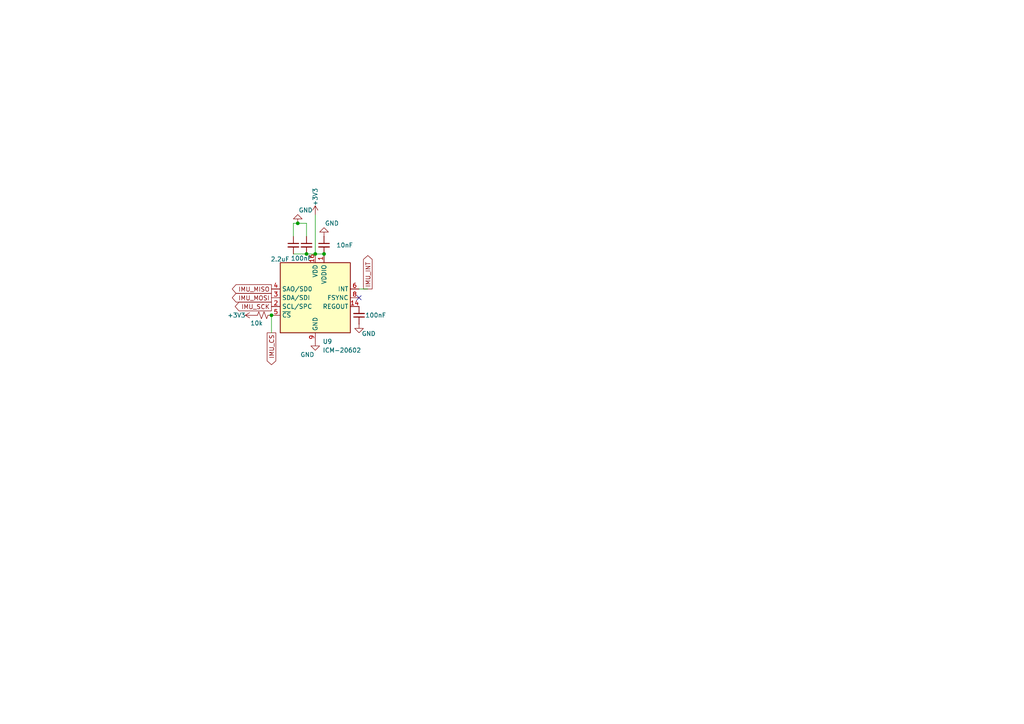
<source format=kicad_sch>
(kicad_sch (version 20250114) (generator "eeschema") (generator_version "9.0")
  (paper "A4")
  (title_block (date "2025-12-23") (rev "v1") (company "NeoDrone") (comment 1 "Made by Dulat Sarbassov") (comment 2 "dulatello08"))
  (lib_symbols
    (symbol "Device:C_Small" (pin_numbers (hide yes)) (pin_names (offset 0.254) (hide yes))
      (property "Reference" "C" (at 0.254 1.778 0))
      (property "Value" "C_Small" (at 0.254 -2.032 0))
      (symbol "C_Small_0_1"
        (polyline (pts (xy -1.524 0.508) (xy 1.524 0.508)) (stroke (width 0.3048)))
        (polyline (pts (xy -1.524 -0.508) (xy 1.524 -0.508)) (stroke (width 0.3302)))
      )
      (symbol "C_Small_1_1"
        (pin passive line (at 0 2.54 270) (length 2.032) (name "~") (number "1"))
        (pin passive line (at 0 -2.54 90) (length 2.032) (name "~") (number "2"))
      )
    )
    (symbol "Device:R_Small_US" (pin_numbers (hide yes)) (pin_names (offset 0.254) (hide yes))
      (property "Reference" "R" (at 0.762 0.508 0))
      (property "Value" "R_Small_US" (at 0.762 -1.016 0))
      (symbol "R_Small_US_1_1"
        (polyline (pts (xy 0 1.524) (xy 1.016 1.143) (xy 0 0.762) (xy -1.016 0.381) (xy 0 0)))
        (polyline (pts (xy 0 0) (xy 1.016 -0.381) (xy 0 -0.762) (xy -1.016 -1.143) (xy 0 -1.524)))
        (pin passive line (at 0 2.54 270) (length 1.016) (name "~") (number "1"))
        (pin passive line (at 0 -2.54 90) (length 1.016) (name "~") (number "2"))
      )
    )
    (symbol "Sensor_Motion:ICM-20602"
      (property "Reference" "U" (at -10.16 11.43 0))
      (property "Value" "ICM-20602" (at 10.16 11.43 0))
      (symbol "ICM-20602_0_1"
        (rectangle (start -10.16 10.16) (end 10.16 -10.16) (stroke (width 0.254)) (fill (type background)))
      )
      (symbol "ICM-20602_1_1"
        (pin bidirectional line (at -12.7 2.54 0) (length 2.54) (name "SAO/SD0") (number "4"))
        (pin bidirectional line (at -12.7 0 0) (length 2.54) (name "SDA/SDI") (number "3"))
        (pin input line (at -12.7 -2.54 0) (length 2.54) (name "SCL/SPC") (number "2"))
        (pin input line (at -12.7 -5.08 0) (length 2.54) (name "~{CS}") (number "5"))
        (pin no_connect line (at -10.16 5.08 0) (length 2.54) (hide yes) (name "RESV") (number "7"))
        (pin power_in line (at 0 12.7 270) (length 2.54) (name "VDD") (number "16"))
        (pin passive line (at 0 -12.7 90) (length 2.54) (hide yes) (name "GND") (number "10"))
        (pin passive line (at 0 -12.7 90) (length 2.54) (hide yes) (name "GND") (number "11"))
        (pin passive line (at 0 -12.7 90) (length 2.54) (hide yes) (name "GND") (number "12"))
        (pin passive line (at 0 -12.7 90) (length 2.54) (hide yes) (name "GND") (number "13"))
        (pin passive line (at 0 -12.7 90) (length 2.54) (hide yes) (name "GND") (number "15"))
        (pin power_in line (at 0 -12.7 90) (length 2.54) (name "GND") (number "9"))
        (pin power_in line (at 2.54 12.7 270) (length 2.54) (name "VDDIO") (number "1"))
        (pin output line (at 12.7 2.54 180) (length 2.54) (name "INT") (number "6"))
        (pin input line (at 12.7 0 180) (length 2.54) (name "FSYNC") (number "8"))
        (pin passive line (at 12.7 -2.54 180) (length 2.54) (name "REGOUT") (number "14"))
      )
    )
    (symbol "power:+3V3" (power) (pin_numbers (hide yes)) (pin_names (offset 0) (hide yes))
      (property "Value" "+3V3" (at 0 3.556 0))
      (symbol "+3V3_0_1"
        (polyline (pts (xy -0.762 1.27) (xy 0 2.54)))
        (polyline (pts (xy 0 2.54) (xy 0.762 1.27)))
        (polyline (pts (xy 0 0) (xy 0 2.54)))
      )
      (symbol "+3V3_1_1"
        (pin power_in line (at 0 0 90) (length 0) (name "~") (number "1"))
      )
    )
    (symbol "power:GND" (power) (pin_numbers (hide yes)) (pin_names (offset 0) (hide yes))
      (property "Value" "GND" (at 0 -3.81 0))
      (symbol "GND_0_1"
        (polyline (pts (xy 0 0) (xy 0 -1.27) (xy 1.27 -1.27) (xy 0 -2.54) (xy -1.27 -1.27) (xy 0 -1.27)))
      )
      (symbol "GND_1_1"
        (pin power_in line (at 0 0 270) (length 0) (name "~") (number "1"))
      )
    )
  )
  (junction (at 88.9 73.66))
  (junction (at 86.36 64.77))
  (junction (at 91.44 73.66))
  (junction (at 78.74 91.44))
  (junction (at 93.98 73.66))
  (no_connect (at 104.14 86.36))
  (wire (pts (xy 85.09 73.66) (xy 88.9 73.66)))
  (wire (pts (xy 88.9 68.58) (xy 88.9 64.77)))
  (wire (pts (xy 85.09 68.58) (xy 85.09 64.77)))
  (wire (pts (xy 91.44 62.23) (xy 91.44 73.66)))
  (wire (pts (xy 91.44 73.66) (xy 93.98 73.66)))
  (wire (pts (xy 78.74 91.44) (xy 78.74 96.52)))
  (wire (pts (xy 106.68 83.82) (xy 104.14 83.82)))
  (wire (pts (xy 85.09 64.77) (xy 86.36 64.77)))
  (wire (pts (xy 88.9 73.66) (xy 91.44 73.66)))
  (wire (pts (xy 88.9 64.77) (xy 86.36 64.77)))
  (global_label "IMU_CS" (shape output) (at 78.74 96.52 270) (property "Intersheetrefs" "${INTERSHEET_REFS}" (effects (hide yes))))
  (global_label "IMU_MOSI" (shape output) (at 78.74 86.36 180) (property "Intersheetrefs" "${INTERSHEET_REFS}" (effects (hide yes))))
  (global_label "IMU_MISO" (shape output) (at 78.74 83.82 180) (property "Intersheetrefs" "${INTERSHEET_REFS}" (effects (hide yes))))
  (global_label "IMU_SCK" (shape output) (at 78.74 88.9 180) (property "Intersheetrefs" "${INTERSHEET_REFS}" (effects (hide yes))))
  (global_label "IMU_INT" (shape output) (at 106.68 83.82 90) (property "Intersheetrefs" "${INTERSHEET_REFS}" (effects (hide yes))))
  (symbol (lib_id "Device:C_Small") (at 85.09 71.12 0) (unit 1)
    (property "Reference" "C45" (effects (hide yes)))
    (property "Value" "2.2uF" (at 78.486 75.184 0) (effects (justify left)))
    (property "Footprint" "Capacitor_SMD:C_0603_1608Metric_Pad1.08x0.95mm_HandSolder" (effects (hide yes)))
    (property "Description" "Unpolarized capacitor, small symbol" (effects (hide yes)))
  )
  (symbol (lib_id "power:GND") (at 93.98 68.58 180) (unit 1)
    (property "Reference" "#PWR046" (effects (hide yes)))
    (property "Value" "GND" (at 96.266 64.77 0))
    (property "Description" "Power symbol creates a global label with name \"GND\" , ground" (effects (hide yes)))
  )
  (symbol (lib_id "Device:C_Small") (at 93.98 71.12 0) (unit 1)
    (property "Reference" "C44" (effects (hide yes)))
    (property "Value" "10nF" (at 97.536 71.12 0) (effects (justify left)))
    (property "Footprint" "Capacitor_SMD:C_0402_1005Metric_Pad0.74x0.62mm_HandSolder" (effects (hide yes)))
    (property "Description" "Unpolarized capacitor, small symbol" (effects (hide yes)))
  )
  (symbol (lib_id "power:GND") (at 86.36 64.77 180) (unit 1)
    (property "Reference" "#PWR045" (effects (hide yes)))
    (property "Value" "GND" (at 88.646 60.96 0))
    (property "Description" "Power symbol creates a global label with name \"GND\" , ground" (effects (hide yes)))
  )
  (symbol (lib_id "power:+3V3") (at 91.44 62.23 0) (unit 1)
    (property "Reference" "#PWR044" (effects (hide yes)))
    (property "Value" "+3V3" (at 91.44 57.15 90))
    (property "Description" "Power symbol creates a global label with name \"+3V3\"" (effects (hide yes)))
  )
  (symbol (lib_id "power:+3V3") (at 73.66 91.44 90) (unit 1)
    (property "Reference" "#PWR016" (effects (hide yes)))
    (property "Value" "+3V3" (at 68.58 91.44 90))
    (property "Description" "Power symbol creates a global label with name \"+3V3\"" (effects (hide yes)))
  )
  (symbol (lib_id "Device:R_Small_US") (at 76.2 91.44 90) (unit 1)
    (property "Reference" "R3" (effects (hide yes)))
    (property "Value" "10k" (at 74.422 93.726 90))
    (property "Footprint" "Resistor_SMD:R_0402_1005Metric_Pad0.72x0.64mm_HandSolder" (effects (hide yes)))
  )
  (symbol (lib_id "Device:C_Small") (at 104.14 91.44 180) (unit 1)
    (property "Reference" "C7" (effects (hide yes)))
    (property "Value" "100nF" (at 112.014 91.44 0) (effects (justify left)))
    (property "Footprint" "Capacitor_SMD:C_0603_1608Metric_Pad1.08x0.95mm_HandSolder" (effects (hide yes)))
    (property "Description" "Unpolarized capacitor, small symbol" (effects (hide yes)))
  )
  (symbol (lib_id "power:GND") (at 104.14 93.98 0) (unit 1)
    (property "Reference" "#PWR013" (effects (hide yes)))
    (property "Value" "GND" (at 106.934 96.774 0))
    (property "Description" "Power symbol creates a global label with name \"GND\" , ground" (effects (hide yes)))
  )
  (symbol (lib_id "Device:C_Small") (at 88.9 71.12 0) (unit 1)
    (property "Reference" "C8" (effects (hide yes)))
    (property "Value" "100nF" (at 84.328 74.93 0) (effects (justify left)))
    (property "Footprint" "Capacitor_SMD:C_0603_1608Metric_Pad1.08x0.95mm_HandSolder" (effects (hide yes)))
    (property "Description" "Unpolarized capacitor, small symbol" (effects (hide yes)))
  )
  (symbol (lib_id "Sensor_Motion:ICM-20602") (at 91.44 86.36 0) (unit 1)
    (property "Reference" "U9" (at 93.5833 99.06 0) (effects (justify left)))
    (property "Value" "ICM-20602" (at 93.5833 101.6 0) (effects (justify left)))
    (property "Footprint" "Package_LGA:LGA-16_3x3mm_P0.5mm" (effects (hide yes)))
    (property "Datasheet" "http://www.invensense.com/wp-content/uploads/2016/10/DS-000176-ICM-20602-v1.0.pdf" (effects (hide yes)))
    (property "Description" "High performance 6-Axis MEMS motion tracking, SPI/I2C interface, LGA-16" (effects (hide yes)))
  )
  (symbol (lib_id "power:GND") (at 91.44 99.06 0) (unit 1)
    (property "Reference" "#PWR011" (effects (hide yes)))
    (property "Value" "GND" (at 89.154 102.87 0))
    (property "Description" "Power symbol creates a global label with name \"GND\" , ground" (effects (hide yes)))
  )
)
</source>
